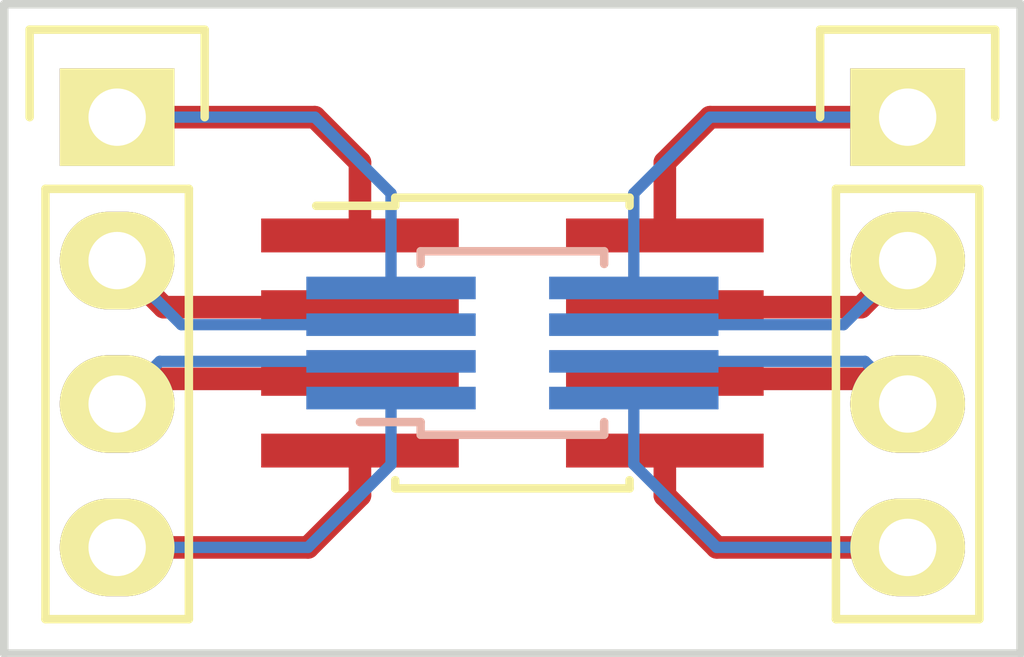
<source format=kicad_pcb>
(kicad_pcb (version 4) (host pcbnew "(2014-jul-16 BZR unknown)-product")

  (general
    (links 0)
    (no_connects 0)
    (area 4.956713 8.721 39.043287 24.679001)
    (thickness 1.6)
    (drawings 4)
    (tracks 40)
    (zones 0)
    (modules 4)
    (nets 1)
  )

  (page A4)
  (layers
    (0 F.Cu signal)
    (31 B.Cu signal)
    (32 B.Adhes user)
    (33 F.Adhes user)
    (34 B.Paste user)
    (35 F.Paste user)
    (36 B.SilkS user)
    (37 F.SilkS user)
    (38 B.Mask user)
    (39 F.Mask user)
    (40 Dwgs.User user)
    (41 Cmts.User user)
    (42 Eco1.User user)
    (43 Eco2.User user)
    (44 Edge.Cuts user)
    (45 Margin user)
    (46 B.CrtYd user)
    (47 F.CrtYd user)
    (48 B.Fab user)
    (49 F.Fab user)
  )

  (setup
    (last_trace_width 0.2)
    (user_trace_width 0.2)
    (user_trace_width 0.4)
    (trace_clearance 0.254)
    (zone_clearance 0.508)
    (zone_45_only no)
    (trace_min 0.2)
    (segment_width 0.2)
    (edge_width 0.15)
    (via_size 0.889)
    (via_drill 0.635)
    (via_min_size 0.889)
    (via_min_drill 0.508)
    (uvia_size 0.508)
    (uvia_drill 0.127)
    (uvias_allowed no)
    (uvia_min_size 0.508)
    (uvia_min_drill 0.127)
    (pcb_text_width 0.3)
    (pcb_text_size 1.5 1.5)
    (mod_edge_width 0.15)
    (mod_text_size 1.5 1.5)
    (mod_text_width 0.15)
    (pad_size 3.5 0.6)
    (pad_drill 0)
    (pad_to_mask_clearance 0.2)
    (aux_axis_origin 0 0)
    (visible_elements FFFEFF7F)
    (pcbplotparams
      (layerselection 0x00030_80000001)
      (usegerberextensions false)
      (excludeedgelayer true)
      (linewidth 0.100000)
      (plotframeref false)
      (viasonmask false)
      (mode 1)
      (useauxorigin false)
      (hpglpennumber 1)
      (hpglpenspeed 20)
      (hpglpendiameter 15)
      (hpglpenoverlay 2)
      (psnegative false)
      (psa4output false)
      (plotreference true)
      (plotvalue true)
      (plotinvisibletext false)
      (padsonsilk false)
      (subtractmaskfromsilk false)
      (outputformat 1)
      (mirror false)
      (drillshape 1)
      (scaleselection 1)
      (outputdirectory ""))
  )

  (net 0 "")

  (net_class Default "This is the default net class."
    (clearance 0.254)
    (trace_width 0.254)
    (via_dia 0.889)
    (via_drill 0.635)
    (uvia_dia 0.508)
    (uvia_drill 0.127)
  )

  (module Housings_SOIC:SOIC-8_3.9x4.9mm_Pitch1.27mm (layer F.Cu) (tedit 5518F280) (tstamp 5518EE9E)
    (at 22 19)
    (descr "8-Lead Plastic Small Outline (SN) - Narrow, 3.90 mm Body [SOIC] (see Microchip Packaging Specification 00000049BS.pdf)")
    (tags "SOIC 1.27")
    (attr smd)
    (fp_text reference "" (at 0 -3.5) (layer F.SilkS)
      (effects (font (size 1 1) (thickness 0.15)))
    )
    (fp_text value SOIC8 (at 0.05 0 90) (layer F.Fab)
      (effects (font (size 1 1) (thickness 0.15)))
    )
    (fp_line (start -3.75 -2.75) (end -3.75 2.75) (layer F.CrtYd) (width 0.05))
    (fp_line (start 3.75 -2.75) (end 3.75 2.75) (layer F.CrtYd) (width 0.05))
    (fp_line (start -3.75 -2.75) (end 3.75 -2.75) (layer F.CrtYd) (width 0.05))
    (fp_line (start -3.75 2.75) (end 3.75 2.75) (layer F.CrtYd) (width 0.05))
    (fp_line (start -2.075 -2.575) (end -2.075 -2.43) (layer F.SilkS) (width 0.15))
    (fp_line (start 2.075 -2.575) (end 2.075 -2.43) (layer F.SilkS) (width 0.15))
    (fp_line (start 2.075 2.575) (end 2.075 2.43) (layer F.SilkS) (width 0.15))
    (fp_line (start -2.075 2.575) (end -2.075 2.43) (layer F.SilkS) (width 0.15))
    (fp_line (start -2.075 -2.575) (end 2.075 -2.575) (layer F.SilkS) (width 0.15))
    (fp_line (start -2.075 2.575) (end 2.075 2.575) (layer F.SilkS) (width 0.15))
    (fp_line (start -2.075 -2.43) (end -3.475 -2.43) (layer F.SilkS) (width 0.15))
    (pad 1 smd rect (at -2.7 -1.905) (size 3.5 0.6) (layers F.Cu F.Paste F.Mask))
    (pad 2 smd rect (at -2.7 -0.635) (size 3.5 0.6) (layers F.Cu F.Paste F.Mask))
    (pad 3 smd rect (at -2.7 0.635) (size 3.5 0.6) (layers F.Cu F.Paste F.Mask))
    (pad 4 smd rect (at -2.7 1.905) (size 3.5 0.6) (layers F.Cu F.Paste F.Mask))
    (pad 5 smd rect (at 2.7 1.905) (size 3.5 0.6) (layers F.Cu F.Paste F.Mask))
    (pad 6 smd rect (at 2.7 0.635) (size 3.5 0.6) (layers F.Cu F.Paste F.Mask))
    (pad 7 smd rect (at 2.7 -0.635) (size 3.5 0.6) (layers F.Cu F.Paste F.Mask))
    (pad 8 smd rect (at 2.7 -1.905) (size 3.5 0.6) (layers F.Cu F.Paste F.Mask))
    (model Housings_SOIC.3dshapes/SOIC-8_3.9x4.9mm_Pitch1.27mm.wrl
      (at (xyz 0 0 0))
      (scale (xyz 1 1 1))
      (rotate (xyz 0 0 0))
    )
  )

  (module Housings_SSOP:TSSOP-8_3x3mm_Pitch0.65mm (layer B.Cu) (tedit 5518EFB2) (tstamp 5518F0B5)
    (at 22 19)
    (descr "TSSOP8: plastic thin shrink small outline package; 8 leads; body width 3 mm; (see NXP SSOP-TSSOP-VSO-REFLOW.pdf and sot505-1_po.pdf)")
    (tags "SSOP 0.65")
    (attr smd)
    (fp_text reference "" (at 0 2.55) (layer B.SilkS)
      (effects (font (size 1 1) (thickness 0.15)) (justify mirror))
    )
    (fp_text value TSSOP8 (at 0 -2.55) (layer B.Fab)
      (effects (font (size 1 1) (thickness 0.15)) (justify mirror))
    )
    (fp_line (start -2.95 1.8) (end -2.95 -1.8) (layer B.CrtYd) (width 0.05))
    (fp_line (start 2.95 1.8) (end 2.95 -1.8) (layer B.CrtYd) (width 0.05))
    (fp_line (start -2.95 1.8) (end 2.95 1.8) (layer B.CrtYd) (width 0.05))
    (fp_line (start -2.95 -1.8) (end 2.95 -1.8) (layer B.CrtYd) (width 0.05))
    (fp_line (start -1.625 1.625) (end -1.625 1.4) (layer B.SilkS) (width 0.15))
    (fp_line (start 1.625 1.625) (end 1.625 1.4) (layer B.SilkS) (width 0.15))
    (fp_line (start 1.625 -1.625) (end 1.625 -1.4) (layer B.SilkS) (width 0.15))
    (fp_line (start -1.625 -1.625) (end -1.625 -1.4) (layer B.SilkS) (width 0.15))
    (fp_line (start -1.625 1.625) (end 1.625 1.625) (layer B.SilkS) (width 0.15))
    (fp_line (start -1.625 -1.625) (end 1.625 -1.625) (layer B.SilkS) (width 0.15))
    (fp_line (start -1.625 1.4) (end -2.7 1.4) (layer B.SilkS) (width 0.15))
    (pad 1 smd rect (at -2.15 0.975) (size 3 0.4) (layers B.Cu B.Paste B.Mask))
    (pad 2 smd rect (at -2.15 0.325) (size 3 0.4) (layers B.Cu B.Paste B.Mask))
    (pad 3 smd rect (at -2.15 -0.325) (size 3 0.4) (layers B.Cu B.Paste B.Mask))
    (pad 4 smd rect (at -2.15 -0.975) (size 3 0.4) (layers B.Cu B.Paste B.Mask))
    (pad 5 smd rect (at 2.15 -0.975) (size 3 0.4) (layers B.Cu B.Paste B.Mask))
    (pad 6 smd rect (at 2.15 -0.325) (size 3 0.4) (layers B.Cu B.Paste B.Mask))
    (pad 7 smd rect (at 2.15 0.325) (size 3 0.4) (layers B.Cu B.Paste B.Mask))
    (pad 8 smd rect (at 2.15 0.975) (size 3 0.4) (layers B.Cu B.Paste B.Mask))
    (model Housings_SSOP.3dshapes/TSSOP-8_3x3mm_Pitch0.65mm.wrl
      (at (xyz 0 0 0))
      (scale (xyz 1 1 1))
      (rotate (xyz 0 0 0))
    )
  )

  (module Pin_Headers:Pin_Header_Straight_1x04 (layer F.Cu) (tedit 5518F1DD) (tstamp 5518F1AC)
    (at 29 15)
    (descr "Through hole pin header")
    (tags "pin header")
    (fp_text reference REF** (at 0 -5.1) (layer F.SilkS) hide
      (effects (font (size 1 1) (thickness 0.15)))
    )
    (fp_text value Pin_Header_Straight_1x04 (at 0 -3.1) (layer F.Fab) hide
      (effects (font (size 1 1) (thickness 0.15)))
    )
    (fp_line (start -1.75 -1.75) (end -1.75 9.4) (layer F.CrtYd) (width 0.05))
    (fp_line (start 1.75 -1.75) (end 1.75 9.4) (layer F.CrtYd) (width 0.05))
    (fp_line (start -1.75 -1.75) (end 1.75 -1.75) (layer F.CrtYd) (width 0.05))
    (fp_line (start -1.75 9.4) (end 1.75 9.4) (layer F.CrtYd) (width 0.05))
    (fp_line (start -1.27 1.27) (end -1.27 8.89) (layer F.SilkS) (width 0.15))
    (fp_line (start 1.27 1.27) (end 1.27 8.89) (layer F.SilkS) (width 0.15))
    (fp_line (start 1.55 -1.55) (end 1.55 0) (layer F.SilkS) (width 0.15))
    (fp_line (start -1.27 8.89) (end 1.27 8.89) (layer F.SilkS) (width 0.15))
    (fp_line (start 1.27 1.27) (end -1.27 1.27) (layer F.SilkS) (width 0.15))
    (fp_line (start -1.55 0) (end -1.55 -1.55) (layer F.SilkS) (width 0.15))
    (fp_line (start -1.55 -1.55) (end 1.55 -1.55) (layer F.SilkS) (width 0.15))
    (pad 1 thru_hole rect (at 0 0) (size 2.032 1.7272) (drill 1.016) (layers *.Cu *.Mask F.SilkS))
    (pad 2 thru_hole oval (at 0 2.54) (size 2.032 1.7272) (drill 1.016) (layers *.Cu *.Mask F.SilkS))
    (pad 3 thru_hole oval (at 0 5.08) (size 2.032 1.7272) (drill 1.016) (layers *.Cu *.Mask F.SilkS))
    (pad 4 thru_hole oval (at 0 7.62) (size 2.032 1.7272) (drill 1.016) (layers *.Cu *.Mask F.SilkS))
    (model Pin_Headers.3dshapes/Pin_Header_Straight_1x04.wrl
      (at (xyz 0 -0.15 0))
      (scale (xyz 1 1 1))
      (rotate (xyz 0 0 90))
    )
  )

  (module Pin_Headers:Pin_Header_Straight_1x04 (layer F.Cu) (tedit 5518F1D8) (tstamp 5518F1BF)
    (at 15 15)
    (descr "Through hole pin header")
    (tags "pin header")
    (fp_text reference REF** (at 0 -5.1) (layer F.SilkS) hide
      (effects (font (size 1 1) (thickness 0.15)))
    )
    (fp_text value Pin_Header_Straight_1x04 (at 0 -3.1) (layer F.Fab) hide
      (effects (font (size 1 1) (thickness 0.15)))
    )
    (fp_line (start -1.75 -1.75) (end -1.75 9.4) (layer F.CrtYd) (width 0.05))
    (fp_line (start 1.75 -1.75) (end 1.75 9.4) (layer F.CrtYd) (width 0.05))
    (fp_line (start -1.75 -1.75) (end 1.75 -1.75) (layer F.CrtYd) (width 0.05))
    (fp_line (start -1.75 9.4) (end 1.75 9.4) (layer F.CrtYd) (width 0.05))
    (fp_line (start -1.27 1.27) (end -1.27 8.89) (layer F.SilkS) (width 0.15))
    (fp_line (start 1.27 1.27) (end 1.27 8.89) (layer F.SilkS) (width 0.15))
    (fp_line (start 1.55 -1.55) (end 1.55 0) (layer F.SilkS) (width 0.15))
    (fp_line (start -1.27 8.89) (end 1.27 8.89) (layer F.SilkS) (width 0.15))
    (fp_line (start 1.27 1.27) (end -1.27 1.27) (layer F.SilkS) (width 0.15))
    (fp_line (start -1.55 0) (end -1.55 -1.55) (layer F.SilkS) (width 0.15))
    (fp_line (start -1.55 -1.55) (end 1.55 -1.55) (layer F.SilkS) (width 0.15))
    (pad 1 thru_hole rect (at 0 0) (size 2.032 1.7272) (drill 1.016) (layers *.Cu *.Mask F.SilkS))
    (pad 2 thru_hole oval (at 0 2.54) (size 2.032 1.7272) (drill 1.016) (layers *.Cu *.Mask F.SilkS))
    (pad 3 thru_hole oval (at 0 5.08) (size 2.032 1.7272) (drill 1.016) (layers *.Cu *.Mask F.SilkS))
    (pad 4 thru_hole oval (at 0 7.62) (size 2.032 1.7272) (drill 1.016) (layers *.Cu *.Mask F.SilkS))
    (model Pin_Headers.3dshapes/Pin_Header_Straight_1x04.wrl
      (at (xyz 0 -0.15 0))
      (scale (xyz 1 1 1))
      (rotate (xyz 0 0 90))
    )
  )

  (gr_line (start 31 24.5) (end 31 13) (angle 90) (layer Edge.Cuts) (width 0.15))
  (gr_line (start 13 24.5) (end 31 24.5) (angle 90) (layer Edge.Cuts) (width 0.15))
  (gr_line (start 13 13) (end 13 24.5) (angle 90) (layer Edge.Cuts) (width 0.15))
  (gr_line (start 31 13) (end 13 13) (angle 90) (layer Edge.Cuts) (width 0.15))

  (segment (start 19.85 19.325) (end 15.755 19.325) (width 0.2) (layer B.Cu) (net 0) (status 400000))
  (segment (start 15.755 19.325) (end 15 20.08) (width 0.2) (layer B.Cu) (net 0) (tstamp 5518F3C1) (status 800000))
  (segment (start 19.85 18.675) (end 16.135 18.675) (width 0.2) (layer B.Cu) (net 0) (status 400000))
  (segment (start 16.135 18.675) (end 15 17.54) (width 0.2) (layer B.Cu) (net 0) (tstamp 5518F3BD) (status 800000))
  (segment (start 24.15 18.675) (end 27.865 18.675) (width 0.2) (layer B.Cu) (net 0) (status 400000))
  (segment (start 27.865 18.675) (end 29 17.54) (width 0.2) (layer B.Cu) (net 0) (tstamp 5518F3B9) (status 800000))
  (segment (start 24.15 19.325) (end 28.245 19.325) (width 0.2) (layer B.Cu) (net 0) (status 400000))
  (segment (start 28.245 19.325) (end 29 20.08) (width 0.2) (layer B.Cu) (net 0) (tstamp 5518F3B6) (status 800000))
  (segment (start 24.15 19.975) (end 24.15 21.15) (width 0.2) (layer B.Cu) (net 0) (status 400000))
  (segment (start 24.15 21.15) (end 25.62 22.62) (width 0.2) (layer B.Cu) (net 0) (tstamp 5518F3B0))
  (segment (start 25.62 22.62) (end 29 22.62) (width 0.2) (layer B.Cu) (net 0) (tstamp 5518F3B2) (status 800000))
  (segment (start 19.85 19.975) (end 19.85 21.15) (width 0.2) (layer B.Cu) (net 0) (status 400000))
  (segment (start 19.85 21.15) (end 18.38 22.62) (width 0.2) (layer B.Cu) (net 0) (tstamp 5518F3AA))
  (segment (start 18.38 22.62) (end 15 22.62) (width 0.2) (layer B.Cu) (net 0) (tstamp 5518F3AC) (status 800000))
  (segment (start 24.15 18.025) (end 24.15 16.35) (width 0.2) (layer B.Cu) (net 0) (status 400000))
  (segment (start 24.15 16.35) (end 25.5 15) (width 0.2) (layer B.Cu) (net 0) (tstamp 5518F3A4))
  (segment (start 25.5 15) (end 29 15) (width 0.2) (layer B.Cu) (net 0) (tstamp 5518F3A6) (status 800000))
  (segment (start 19.85 18.025) (end 19.85 16.35) (width 0.2) (layer B.Cu) (net 0) (status 400000))
  (segment (start 19.85 16.35) (end 18.5 15) (width 0.2) (layer B.Cu) (net 0) (tstamp 5518F39C))
  (segment (start 18.5 15) (end 15 15) (width 0.2) (layer B.Cu) (net 0) (tstamp 5518F3A0) (status 800000))
  (segment (start 15 22.62) (end 18.38 22.62) (width 0.4) (layer F.Cu) (net 0))
  (segment (start 18.38 22.62) (end 19.3 21.7) (width 0.4) (layer F.Cu) (net 0) (tstamp 5518F38A))
  (segment (start 19.3 21.7) (end 19.3 20.905) (width 0.4) (layer F.Cu) (net 0) (tstamp 5518F38C))
  (segment (start 29 22.62) (end 25.62 22.62) (width 0.4) (layer F.Cu) (net 0))
  (segment (start 25.62 22.62) (end 24.7 21.7) (width 0.4) (layer F.Cu) (net 0) (tstamp 5518F383))
  (segment (start 24.7 21.7) (end 24.7 20.905) (width 0.4) (layer F.Cu) (net 0) (tstamp 5518F385))
  (segment (start 24.7 19.635) (end 28.555 19.635) (width 0.4) (layer F.Cu) (net 0))
  (segment (start 28.555 19.635) (end 29 20.08) (width 0.4) (layer F.Cu) (net 0) (tstamp 5518F377))
  (segment (start 24.7 18.365) (end 28.175 18.365) (width 0.4) (layer F.Cu) (net 0))
  (segment (start 28.175 18.365) (end 29 17.54) (width 0.4) (layer F.Cu) (net 0) (tstamp 5518F36F))
  (segment (start 19.3 19.635) (end 15.445 19.635) (width 0.4) (layer F.Cu) (net 0))
  (segment (start 15.445 19.635) (end 15 20.08) (width 0.4) (layer F.Cu) (net 0) (tstamp 5518F36C))
  (segment (start 19.3 18.365) (end 15.825 18.365) (width 0.4) (layer F.Cu) (net 0))
  (segment (start 15.825 18.365) (end 15 17.54) (width 0.4) (layer F.Cu) (net 0) (tstamp 5518F367))
  (segment (start 15 15) (end 18.5 15) (width 0.4) (layer F.Cu) (net 0))
  (segment (start 18.5 15) (end 19.3 15.8) (width 0.4) (layer F.Cu) (net 0) (tstamp 5518F362))
  (segment (start 19.3 15.8) (end 19.3 17.095) (width 0.4) (layer F.Cu) (net 0) (tstamp 5518F363))
  (segment (start 24.7 17.095) (end 24.7 15.8) (width 0.4) (layer F.Cu) (net 0))
  (segment (start 24.7 15.8) (end 25.5 15) (width 0.4) (layer F.Cu) (net 0) (tstamp 5518F359))
  (segment (start 25.5 15) (end 29 15) (width 0.4) (layer F.Cu) (net 0) (tstamp 5518F35E))

)

</source>
